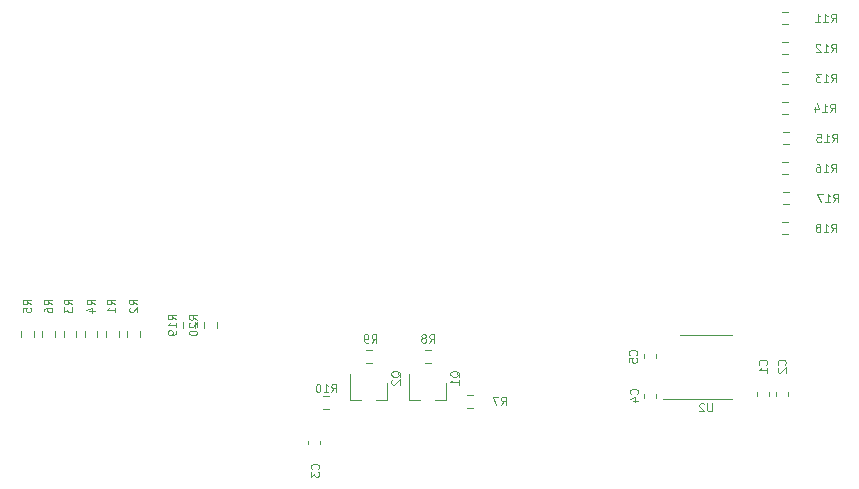
<source format=gbo>
G04 #@! TF.GenerationSoftware,KiCad,Pcbnew,5.1.9-1.fc33*
G04 #@! TF.CreationDate,2021-03-13T13:31:44-05:00*
G04 #@! TF.ProjectId,terminal,7465726d-696e-4616-9c2e-6b696361645f,rev?*
G04 #@! TF.SameCoordinates,Original*
G04 #@! TF.FileFunction,Legend,Bot*
G04 #@! TF.FilePolarity,Positive*
%FSLAX46Y46*%
G04 Gerber Fmt 4.6, Leading zero omitted, Abs format (unit mm)*
G04 Created by KiCad (PCBNEW 5.1.9-1.fc33) date 2021-03-13 13:31:44*
%MOMM*%
%LPD*%
G01*
G04 APERTURE LIST*
%ADD10C,0.120000*%
%ADD11C,0.100000*%
G04 APERTURE END LIST*
D10*
G04 #@! TO.C,Q1*
X111680000Y-135460000D02*
X110750000Y-135460000D01*
X108520000Y-135460000D02*
X109450000Y-135460000D01*
X108520000Y-135460000D02*
X108520000Y-133300000D01*
X111680000Y-135460000D02*
X111680000Y-134000000D01*
G04 #@! TO.C,Q2*
X106680000Y-135460000D02*
X106680000Y-134000000D01*
X103520000Y-135460000D02*
X103520000Y-133300000D01*
X103520000Y-135460000D02*
X104450000Y-135460000D01*
X106680000Y-135460000D02*
X105750000Y-135460000D01*
G04 #@! TO.C,C1*
X137990000Y-135108767D02*
X137990000Y-134816233D01*
X139010000Y-135108767D02*
X139010000Y-134816233D01*
G04 #@! TO.C,C2*
X140610000Y-135108767D02*
X140610000Y-134816233D01*
X139590000Y-135108767D02*
X139590000Y-134816233D01*
G04 #@! TO.C,C3*
X101010000Y-138916233D02*
X101010000Y-139208767D01*
X99990000Y-138916233D02*
X99990000Y-139208767D01*
G04 #@! TO.C,C4*
X129410000Y-135283767D02*
X129410000Y-134991233D01*
X128390000Y-135283767D02*
X128390000Y-134991233D01*
G04 #@! TO.C,C5*
X128390000Y-131883767D02*
X128390000Y-131591233D01*
X129410000Y-131883767D02*
X129410000Y-131591233D01*
G04 #@! TO.C,R1*
X82877500Y-130167224D02*
X82877500Y-129657776D01*
X83922500Y-130167224D02*
X83922500Y-129657776D01*
G04 #@! TO.C,R2*
X85722500Y-130142224D02*
X85722500Y-129632776D01*
X84677500Y-130142224D02*
X84677500Y-129632776D01*
G04 #@! TO.C,R3*
X79277500Y-130142224D02*
X79277500Y-129632776D01*
X80322500Y-130142224D02*
X80322500Y-129632776D01*
G04 #@! TO.C,R4*
X82122500Y-130142224D02*
X82122500Y-129632776D01*
X81077500Y-130142224D02*
X81077500Y-129632776D01*
G04 #@! TO.C,R5*
X75677500Y-130142224D02*
X75677500Y-129632776D01*
X76722500Y-130142224D02*
X76722500Y-129632776D01*
G04 #@! TO.C,R6*
X78522500Y-130167224D02*
X78522500Y-129657776D01*
X77477500Y-130167224D02*
X77477500Y-129657776D01*
G04 #@! TO.C,R7*
X113942224Y-135077500D02*
X113432776Y-135077500D01*
X113942224Y-136122500D02*
X113432776Y-136122500D01*
G04 #@! TO.C,R8*
X109857776Y-131277500D02*
X110367224Y-131277500D01*
X109857776Y-132322500D02*
X110367224Y-132322500D01*
G04 #@! TO.C,R9*
X104857776Y-132322500D02*
X105367224Y-132322500D01*
X104857776Y-131277500D02*
X105367224Y-131277500D01*
G04 #@! TO.C,R10*
X101232776Y-135177500D02*
X101742224Y-135177500D01*
X101232776Y-136222500D02*
X101742224Y-136222500D01*
G04 #@! TO.C,R11*
X140612224Y-102637500D02*
X140102776Y-102637500D01*
X140612224Y-103682500D02*
X140102776Y-103682500D01*
G04 #@! TO.C,R12*
X140634724Y-106222500D02*
X140125276Y-106222500D01*
X140634724Y-105177500D02*
X140125276Y-105177500D01*
G04 #@! TO.C,R13*
X140637224Y-108762500D02*
X140127776Y-108762500D01*
X140637224Y-107717500D02*
X140127776Y-107717500D01*
G04 #@! TO.C,R14*
X140574724Y-110257500D02*
X140065276Y-110257500D01*
X140574724Y-111302500D02*
X140065276Y-111302500D01*
G04 #@! TO.C,R15*
X140667224Y-113842500D02*
X140157776Y-113842500D01*
X140667224Y-112797500D02*
X140157776Y-112797500D01*
G04 #@! TO.C,R16*
X140637224Y-115337500D02*
X140127776Y-115337500D01*
X140637224Y-116382500D02*
X140127776Y-116382500D01*
G04 #@! TO.C,R17*
X140714724Y-118922500D02*
X140205276Y-118922500D01*
X140714724Y-117877500D02*
X140205276Y-117877500D01*
G04 #@! TO.C,R18*
X140637224Y-120417500D02*
X140127776Y-120417500D01*
X140637224Y-121462500D02*
X140127776Y-121462500D01*
G04 #@! TO.C,U2*
X133650000Y-135415000D02*
X130050000Y-135415000D01*
X133650000Y-135415000D02*
X135850000Y-135415000D01*
X133650000Y-129945000D02*
X131450000Y-129945000D01*
X133650000Y-129945000D02*
X135850000Y-129945000D01*
G04 #@! TO.C,R19*
X89377500Y-128845276D02*
X89377500Y-129354724D01*
X90422500Y-128845276D02*
X90422500Y-129354724D01*
G04 #@! TO.C,R20*
X92222500Y-128857776D02*
X92222500Y-129367224D01*
X91177500Y-128857776D02*
X91177500Y-129367224D01*
G04 #@! TO.C,Q1*
D11*
X112783333Y-133533333D02*
X112750000Y-133466666D01*
X112683333Y-133400000D01*
X112583333Y-133300000D01*
X112550000Y-133233333D01*
X112550000Y-133166666D01*
X112716666Y-133200000D02*
X112683333Y-133133333D01*
X112616666Y-133066666D01*
X112483333Y-133033333D01*
X112250000Y-133033333D01*
X112116666Y-133066666D01*
X112050000Y-133133333D01*
X112016666Y-133200000D01*
X112016666Y-133333333D01*
X112050000Y-133400000D01*
X112116666Y-133466666D01*
X112250000Y-133500000D01*
X112483333Y-133500000D01*
X112616666Y-133466666D01*
X112683333Y-133400000D01*
X112716666Y-133333333D01*
X112716666Y-133200000D01*
X112716666Y-134166666D02*
X112716666Y-133766666D01*
X112716666Y-133966666D02*
X112016666Y-133966666D01*
X112116666Y-133900000D01*
X112183333Y-133833333D01*
X112216666Y-133766666D01*
G04 #@! TO.C,Q2*
X107783333Y-133533333D02*
X107750000Y-133466666D01*
X107683333Y-133400000D01*
X107583333Y-133300000D01*
X107550000Y-133233333D01*
X107550000Y-133166666D01*
X107716666Y-133200000D02*
X107683333Y-133133333D01*
X107616666Y-133066666D01*
X107483333Y-133033333D01*
X107250000Y-133033333D01*
X107116666Y-133066666D01*
X107050000Y-133133333D01*
X107016666Y-133200000D01*
X107016666Y-133333333D01*
X107050000Y-133400000D01*
X107116666Y-133466666D01*
X107250000Y-133500000D01*
X107483333Y-133500000D01*
X107616666Y-133466666D01*
X107683333Y-133400000D01*
X107716666Y-133333333D01*
X107716666Y-133200000D01*
X107083333Y-133766666D02*
X107050000Y-133800000D01*
X107016666Y-133866666D01*
X107016666Y-134033333D01*
X107050000Y-134100000D01*
X107083333Y-134133333D01*
X107150000Y-134166666D01*
X107216666Y-134166666D01*
X107316666Y-134133333D01*
X107716666Y-133733333D01*
X107716666Y-134166666D01*
G04 #@! TO.C,C1*
X138750000Y-132483333D02*
X138783333Y-132450000D01*
X138816666Y-132350000D01*
X138816666Y-132283333D01*
X138783333Y-132183333D01*
X138716666Y-132116666D01*
X138650000Y-132083333D01*
X138516666Y-132050000D01*
X138416666Y-132050000D01*
X138283333Y-132083333D01*
X138216666Y-132116666D01*
X138150000Y-132183333D01*
X138116666Y-132283333D01*
X138116666Y-132350000D01*
X138150000Y-132450000D01*
X138183333Y-132483333D01*
X138816666Y-133150000D02*
X138816666Y-132750000D01*
X138816666Y-132950000D02*
X138116666Y-132950000D01*
X138216666Y-132883333D01*
X138283333Y-132816666D01*
X138316666Y-132750000D01*
G04 #@! TO.C,C2*
X140350000Y-132483333D02*
X140383333Y-132450000D01*
X140416666Y-132350000D01*
X140416666Y-132283333D01*
X140383333Y-132183333D01*
X140316666Y-132116666D01*
X140250000Y-132083333D01*
X140116666Y-132050000D01*
X140016666Y-132050000D01*
X139883333Y-132083333D01*
X139816666Y-132116666D01*
X139750000Y-132183333D01*
X139716666Y-132283333D01*
X139716666Y-132350000D01*
X139750000Y-132450000D01*
X139783333Y-132483333D01*
X139783333Y-132750000D02*
X139750000Y-132783333D01*
X139716666Y-132850000D01*
X139716666Y-133016666D01*
X139750000Y-133083333D01*
X139783333Y-133116666D01*
X139850000Y-133150000D01*
X139916666Y-133150000D01*
X140016666Y-133116666D01*
X140416666Y-132716666D01*
X140416666Y-133150000D01*
G04 #@! TO.C,C3*
X100850000Y-141308333D02*
X100883333Y-141275000D01*
X100916666Y-141175000D01*
X100916666Y-141108333D01*
X100883333Y-141008333D01*
X100816666Y-140941666D01*
X100750000Y-140908333D01*
X100616666Y-140875000D01*
X100516666Y-140875000D01*
X100383333Y-140908333D01*
X100316666Y-140941666D01*
X100250000Y-141008333D01*
X100216666Y-141108333D01*
X100216666Y-141175000D01*
X100250000Y-141275000D01*
X100283333Y-141308333D01*
X100216666Y-141541666D02*
X100216666Y-141975000D01*
X100483333Y-141741666D01*
X100483333Y-141841666D01*
X100516666Y-141908333D01*
X100550000Y-141941666D01*
X100616666Y-141975000D01*
X100783333Y-141975000D01*
X100850000Y-141941666D01*
X100883333Y-141908333D01*
X100916666Y-141841666D01*
X100916666Y-141641666D01*
X100883333Y-141575000D01*
X100850000Y-141541666D01*
G04 #@! TO.C,C4*
X127850000Y-134958333D02*
X127883333Y-134925000D01*
X127916666Y-134825000D01*
X127916666Y-134758333D01*
X127883333Y-134658333D01*
X127816666Y-134591666D01*
X127750000Y-134558333D01*
X127616666Y-134525000D01*
X127516666Y-134525000D01*
X127383333Y-134558333D01*
X127316666Y-134591666D01*
X127250000Y-134658333D01*
X127216666Y-134758333D01*
X127216666Y-134825000D01*
X127250000Y-134925000D01*
X127283333Y-134958333D01*
X127450000Y-135558333D02*
X127916666Y-135558333D01*
X127183333Y-135391666D02*
X127683333Y-135225000D01*
X127683333Y-135658333D01*
G04 #@! TO.C,C5*
X127750000Y-131658333D02*
X127783333Y-131625000D01*
X127816666Y-131525000D01*
X127816666Y-131458333D01*
X127783333Y-131358333D01*
X127716666Y-131291666D01*
X127650000Y-131258333D01*
X127516666Y-131225000D01*
X127416666Y-131225000D01*
X127283333Y-131258333D01*
X127216666Y-131291666D01*
X127150000Y-131358333D01*
X127116666Y-131458333D01*
X127116666Y-131525000D01*
X127150000Y-131625000D01*
X127183333Y-131658333D01*
X127116666Y-132291666D02*
X127116666Y-131958333D01*
X127450000Y-131925000D01*
X127416666Y-131958333D01*
X127383333Y-132025000D01*
X127383333Y-132191666D01*
X127416666Y-132258333D01*
X127450000Y-132291666D01*
X127516666Y-132325000D01*
X127683333Y-132325000D01*
X127750000Y-132291666D01*
X127783333Y-132258333D01*
X127816666Y-132191666D01*
X127816666Y-132025000D01*
X127783333Y-131958333D01*
X127750000Y-131925000D01*
G04 #@! TO.C,R1*
X83616666Y-127383333D02*
X83283333Y-127150000D01*
X83616666Y-126983333D02*
X82916666Y-126983333D01*
X82916666Y-127250000D01*
X82950000Y-127316666D01*
X82983333Y-127350000D01*
X83050000Y-127383333D01*
X83150000Y-127383333D01*
X83216666Y-127350000D01*
X83250000Y-127316666D01*
X83283333Y-127250000D01*
X83283333Y-126983333D01*
X83616666Y-128050000D02*
X83616666Y-127650000D01*
X83616666Y-127850000D02*
X82916666Y-127850000D01*
X83016666Y-127783333D01*
X83083333Y-127716666D01*
X83116666Y-127650000D01*
G04 #@! TO.C,R2*
X85516666Y-127383333D02*
X85183333Y-127150000D01*
X85516666Y-126983333D02*
X84816666Y-126983333D01*
X84816666Y-127250000D01*
X84850000Y-127316666D01*
X84883333Y-127350000D01*
X84950000Y-127383333D01*
X85050000Y-127383333D01*
X85116666Y-127350000D01*
X85150000Y-127316666D01*
X85183333Y-127250000D01*
X85183333Y-126983333D01*
X84883333Y-127650000D02*
X84850000Y-127683333D01*
X84816666Y-127750000D01*
X84816666Y-127916666D01*
X84850000Y-127983333D01*
X84883333Y-128016666D01*
X84950000Y-128050000D01*
X85016666Y-128050000D01*
X85116666Y-128016666D01*
X85516666Y-127616666D01*
X85516666Y-128050000D01*
G04 #@! TO.C,R3*
X80016666Y-127383333D02*
X79683333Y-127150000D01*
X80016666Y-126983333D02*
X79316666Y-126983333D01*
X79316666Y-127250000D01*
X79350000Y-127316666D01*
X79383333Y-127350000D01*
X79450000Y-127383333D01*
X79550000Y-127383333D01*
X79616666Y-127350000D01*
X79650000Y-127316666D01*
X79683333Y-127250000D01*
X79683333Y-126983333D01*
X79316666Y-127616666D02*
X79316666Y-128050000D01*
X79583333Y-127816666D01*
X79583333Y-127916666D01*
X79616666Y-127983333D01*
X79650000Y-128016666D01*
X79716666Y-128050000D01*
X79883333Y-128050000D01*
X79950000Y-128016666D01*
X79983333Y-127983333D01*
X80016666Y-127916666D01*
X80016666Y-127716666D01*
X79983333Y-127650000D01*
X79950000Y-127616666D01*
G04 #@! TO.C,R4*
X81916666Y-127383333D02*
X81583333Y-127150000D01*
X81916666Y-126983333D02*
X81216666Y-126983333D01*
X81216666Y-127250000D01*
X81250000Y-127316666D01*
X81283333Y-127350000D01*
X81350000Y-127383333D01*
X81450000Y-127383333D01*
X81516666Y-127350000D01*
X81550000Y-127316666D01*
X81583333Y-127250000D01*
X81583333Y-126983333D01*
X81450000Y-127983333D02*
X81916666Y-127983333D01*
X81183333Y-127816666D02*
X81683333Y-127650000D01*
X81683333Y-128083333D01*
G04 #@! TO.C,R5*
X76516666Y-127383333D02*
X76183333Y-127150000D01*
X76516666Y-126983333D02*
X75816666Y-126983333D01*
X75816666Y-127250000D01*
X75850000Y-127316666D01*
X75883333Y-127350000D01*
X75950000Y-127383333D01*
X76050000Y-127383333D01*
X76116666Y-127350000D01*
X76150000Y-127316666D01*
X76183333Y-127250000D01*
X76183333Y-126983333D01*
X75816666Y-128016666D02*
X75816666Y-127683333D01*
X76150000Y-127650000D01*
X76116666Y-127683333D01*
X76083333Y-127750000D01*
X76083333Y-127916666D01*
X76116666Y-127983333D01*
X76150000Y-128016666D01*
X76216666Y-128050000D01*
X76383333Y-128050000D01*
X76450000Y-128016666D01*
X76483333Y-127983333D01*
X76516666Y-127916666D01*
X76516666Y-127750000D01*
X76483333Y-127683333D01*
X76450000Y-127650000D01*
G04 #@! TO.C,R6*
X78316666Y-127383333D02*
X77983333Y-127150000D01*
X78316666Y-126983333D02*
X77616666Y-126983333D01*
X77616666Y-127250000D01*
X77650000Y-127316666D01*
X77683333Y-127350000D01*
X77750000Y-127383333D01*
X77850000Y-127383333D01*
X77916666Y-127350000D01*
X77950000Y-127316666D01*
X77983333Y-127250000D01*
X77983333Y-126983333D01*
X77616666Y-127983333D02*
X77616666Y-127850000D01*
X77650000Y-127783333D01*
X77683333Y-127750000D01*
X77783333Y-127683333D01*
X77916666Y-127650000D01*
X78183333Y-127650000D01*
X78250000Y-127683333D01*
X78283333Y-127716666D01*
X78316666Y-127783333D01*
X78316666Y-127916666D01*
X78283333Y-127983333D01*
X78250000Y-128016666D01*
X78183333Y-128050000D01*
X78016666Y-128050000D01*
X77950000Y-128016666D01*
X77916666Y-127983333D01*
X77883333Y-127916666D01*
X77883333Y-127783333D01*
X77916666Y-127716666D01*
X77950000Y-127683333D01*
X78016666Y-127650000D01*
G04 #@! TO.C,R7*
X116291666Y-135916666D02*
X116525000Y-135583333D01*
X116691666Y-135916666D02*
X116691666Y-135216666D01*
X116425000Y-135216666D01*
X116358333Y-135250000D01*
X116325000Y-135283333D01*
X116291666Y-135350000D01*
X116291666Y-135450000D01*
X116325000Y-135516666D01*
X116358333Y-135550000D01*
X116425000Y-135583333D01*
X116691666Y-135583333D01*
X116058333Y-135216666D02*
X115591666Y-135216666D01*
X115891666Y-135916666D01*
G04 #@! TO.C,R8*
X110229166Y-130616666D02*
X110462500Y-130283333D01*
X110629166Y-130616666D02*
X110629166Y-129916666D01*
X110362500Y-129916666D01*
X110295833Y-129950000D01*
X110262500Y-129983333D01*
X110229166Y-130050000D01*
X110229166Y-130150000D01*
X110262500Y-130216666D01*
X110295833Y-130250000D01*
X110362500Y-130283333D01*
X110629166Y-130283333D01*
X109829166Y-130216666D02*
X109895833Y-130183333D01*
X109929166Y-130150000D01*
X109962500Y-130083333D01*
X109962500Y-130050000D01*
X109929166Y-129983333D01*
X109895833Y-129950000D01*
X109829166Y-129916666D01*
X109695833Y-129916666D01*
X109629166Y-129950000D01*
X109595833Y-129983333D01*
X109562500Y-130050000D01*
X109562500Y-130083333D01*
X109595833Y-130150000D01*
X109629166Y-130183333D01*
X109695833Y-130216666D01*
X109829166Y-130216666D01*
X109895833Y-130250000D01*
X109929166Y-130283333D01*
X109962500Y-130350000D01*
X109962500Y-130483333D01*
X109929166Y-130550000D01*
X109895833Y-130583333D01*
X109829166Y-130616666D01*
X109695833Y-130616666D01*
X109629166Y-130583333D01*
X109595833Y-130550000D01*
X109562500Y-130483333D01*
X109562500Y-130350000D01*
X109595833Y-130283333D01*
X109629166Y-130250000D01*
X109695833Y-130216666D01*
G04 #@! TO.C,R9*
X105341666Y-130616666D02*
X105575000Y-130283333D01*
X105741666Y-130616666D02*
X105741666Y-129916666D01*
X105475000Y-129916666D01*
X105408333Y-129950000D01*
X105375000Y-129983333D01*
X105341666Y-130050000D01*
X105341666Y-130150000D01*
X105375000Y-130216666D01*
X105408333Y-130250000D01*
X105475000Y-130283333D01*
X105741666Y-130283333D01*
X105008333Y-130616666D02*
X104875000Y-130616666D01*
X104808333Y-130583333D01*
X104775000Y-130550000D01*
X104708333Y-130450000D01*
X104675000Y-130316666D01*
X104675000Y-130050000D01*
X104708333Y-129983333D01*
X104741666Y-129950000D01*
X104808333Y-129916666D01*
X104941666Y-129916666D01*
X105008333Y-129950000D01*
X105041666Y-129983333D01*
X105075000Y-130050000D01*
X105075000Y-130216666D01*
X105041666Y-130283333D01*
X105008333Y-130316666D01*
X104941666Y-130350000D01*
X104808333Y-130350000D01*
X104741666Y-130316666D01*
X104708333Y-130283333D01*
X104675000Y-130216666D01*
G04 #@! TO.C,R10*
X101950000Y-134816666D02*
X102183333Y-134483333D01*
X102350000Y-134816666D02*
X102350000Y-134116666D01*
X102083333Y-134116666D01*
X102016666Y-134150000D01*
X101983333Y-134183333D01*
X101950000Y-134250000D01*
X101950000Y-134350000D01*
X101983333Y-134416666D01*
X102016666Y-134450000D01*
X102083333Y-134483333D01*
X102350000Y-134483333D01*
X101283333Y-134816666D02*
X101683333Y-134816666D01*
X101483333Y-134816666D02*
X101483333Y-134116666D01*
X101550000Y-134216666D01*
X101616666Y-134283333D01*
X101683333Y-134316666D01*
X100850000Y-134116666D02*
X100783333Y-134116666D01*
X100716666Y-134150000D01*
X100683333Y-134183333D01*
X100650000Y-134250000D01*
X100616666Y-134383333D01*
X100616666Y-134550000D01*
X100650000Y-134683333D01*
X100683333Y-134750000D01*
X100716666Y-134783333D01*
X100783333Y-134816666D01*
X100850000Y-134816666D01*
X100916666Y-134783333D01*
X100950000Y-134750000D01*
X100983333Y-134683333D01*
X101016666Y-134550000D01*
X101016666Y-134383333D01*
X100983333Y-134250000D01*
X100950000Y-134183333D01*
X100916666Y-134150000D01*
X100850000Y-134116666D01*
G04 #@! TO.C,R11*
X144235000Y-103476666D02*
X144468333Y-103143333D01*
X144635000Y-103476666D02*
X144635000Y-102776666D01*
X144368333Y-102776666D01*
X144301666Y-102810000D01*
X144268333Y-102843333D01*
X144235000Y-102910000D01*
X144235000Y-103010000D01*
X144268333Y-103076666D01*
X144301666Y-103110000D01*
X144368333Y-103143333D01*
X144635000Y-103143333D01*
X143568333Y-103476666D02*
X143968333Y-103476666D01*
X143768333Y-103476666D02*
X143768333Y-102776666D01*
X143835000Y-102876666D01*
X143901666Y-102943333D01*
X143968333Y-102976666D01*
X142901666Y-103476666D02*
X143301666Y-103476666D01*
X143101666Y-103476666D02*
X143101666Y-102776666D01*
X143168333Y-102876666D01*
X143235000Y-102943333D01*
X143301666Y-102976666D01*
G04 #@! TO.C,R12*
X144280000Y-106016666D02*
X144513333Y-105683333D01*
X144680000Y-106016666D02*
X144680000Y-105316666D01*
X144413333Y-105316666D01*
X144346666Y-105350000D01*
X144313333Y-105383333D01*
X144280000Y-105450000D01*
X144280000Y-105550000D01*
X144313333Y-105616666D01*
X144346666Y-105650000D01*
X144413333Y-105683333D01*
X144680000Y-105683333D01*
X143613333Y-106016666D02*
X144013333Y-106016666D01*
X143813333Y-106016666D02*
X143813333Y-105316666D01*
X143880000Y-105416666D01*
X143946666Y-105483333D01*
X144013333Y-105516666D01*
X143346666Y-105383333D02*
X143313333Y-105350000D01*
X143246666Y-105316666D01*
X143080000Y-105316666D01*
X143013333Y-105350000D01*
X142980000Y-105383333D01*
X142946666Y-105450000D01*
X142946666Y-105516666D01*
X142980000Y-105616666D01*
X143380000Y-106016666D01*
X142946666Y-106016666D01*
G04 #@! TO.C,R13*
X144285000Y-108556666D02*
X144518333Y-108223333D01*
X144685000Y-108556666D02*
X144685000Y-107856666D01*
X144418333Y-107856666D01*
X144351666Y-107890000D01*
X144318333Y-107923333D01*
X144285000Y-107990000D01*
X144285000Y-108090000D01*
X144318333Y-108156666D01*
X144351666Y-108190000D01*
X144418333Y-108223333D01*
X144685000Y-108223333D01*
X143618333Y-108556666D02*
X144018333Y-108556666D01*
X143818333Y-108556666D02*
X143818333Y-107856666D01*
X143885000Y-107956666D01*
X143951666Y-108023333D01*
X144018333Y-108056666D01*
X143385000Y-107856666D02*
X142951666Y-107856666D01*
X143185000Y-108123333D01*
X143085000Y-108123333D01*
X143018333Y-108156666D01*
X142985000Y-108190000D01*
X142951666Y-108256666D01*
X142951666Y-108423333D01*
X142985000Y-108490000D01*
X143018333Y-108523333D01*
X143085000Y-108556666D01*
X143285000Y-108556666D01*
X143351666Y-108523333D01*
X143385000Y-108490000D01*
G04 #@! TO.C,R14*
X144160000Y-111096666D02*
X144393333Y-110763333D01*
X144560000Y-111096666D02*
X144560000Y-110396666D01*
X144293333Y-110396666D01*
X144226666Y-110430000D01*
X144193333Y-110463333D01*
X144160000Y-110530000D01*
X144160000Y-110630000D01*
X144193333Y-110696666D01*
X144226666Y-110730000D01*
X144293333Y-110763333D01*
X144560000Y-110763333D01*
X143493333Y-111096666D02*
X143893333Y-111096666D01*
X143693333Y-111096666D02*
X143693333Y-110396666D01*
X143760000Y-110496666D01*
X143826666Y-110563333D01*
X143893333Y-110596666D01*
X142893333Y-110630000D02*
X142893333Y-111096666D01*
X143060000Y-110363333D02*
X143226666Y-110863333D01*
X142793333Y-110863333D01*
G04 #@! TO.C,R15*
X144345000Y-113636666D02*
X144578333Y-113303333D01*
X144745000Y-113636666D02*
X144745000Y-112936666D01*
X144478333Y-112936666D01*
X144411666Y-112970000D01*
X144378333Y-113003333D01*
X144345000Y-113070000D01*
X144345000Y-113170000D01*
X144378333Y-113236666D01*
X144411666Y-113270000D01*
X144478333Y-113303333D01*
X144745000Y-113303333D01*
X143678333Y-113636666D02*
X144078333Y-113636666D01*
X143878333Y-113636666D02*
X143878333Y-112936666D01*
X143945000Y-113036666D01*
X144011666Y-113103333D01*
X144078333Y-113136666D01*
X143045000Y-112936666D02*
X143378333Y-112936666D01*
X143411666Y-113270000D01*
X143378333Y-113236666D01*
X143311666Y-113203333D01*
X143145000Y-113203333D01*
X143078333Y-113236666D01*
X143045000Y-113270000D01*
X143011666Y-113336666D01*
X143011666Y-113503333D01*
X143045000Y-113570000D01*
X143078333Y-113603333D01*
X143145000Y-113636666D01*
X143311666Y-113636666D01*
X143378333Y-113603333D01*
X143411666Y-113570000D01*
G04 #@! TO.C,R16*
X144285000Y-116176666D02*
X144518333Y-115843333D01*
X144685000Y-116176666D02*
X144685000Y-115476666D01*
X144418333Y-115476666D01*
X144351666Y-115510000D01*
X144318333Y-115543333D01*
X144285000Y-115610000D01*
X144285000Y-115710000D01*
X144318333Y-115776666D01*
X144351666Y-115810000D01*
X144418333Y-115843333D01*
X144685000Y-115843333D01*
X143618333Y-116176666D02*
X144018333Y-116176666D01*
X143818333Y-116176666D02*
X143818333Y-115476666D01*
X143885000Y-115576666D01*
X143951666Y-115643333D01*
X144018333Y-115676666D01*
X143018333Y-115476666D02*
X143151666Y-115476666D01*
X143218333Y-115510000D01*
X143251666Y-115543333D01*
X143318333Y-115643333D01*
X143351666Y-115776666D01*
X143351666Y-116043333D01*
X143318333Y-116110000D01*
X143285000Y-116143333D01*
X143218333Y-116176666D01*
X143085000Y-116176666D01*
X143018333Y-116143333D01*
X142985000Y-116110000D01*
X142951666Y-116043333D01*
X142951666Y-115876666D01*
X142985000Y-115810000D01*
X143018333Y-115776666D01*
X143085000Y-115743333D01*
X143218333Y-115743333D01*
X143285000Y-115776666D01*
X143318333Y-115810000D01*
X143351666Y-115876666D01*
G04 #@! TO.C,R17*
X144440000Y-118716666D02*
X144673333Y-118383333D01*
X144840000Y-118716666D02*
X144840000Y-118016666D01*
X144573333Y-118016666D01*
X144506666Y-118050000D01*
X144473333Y-118083333D01*
X144440000Y-118150000D01*
X144440000Y-118250000D01*
X144473333Y-118316666D01*
X144506666Y-118350000D01*
X144573333Y-118383333D01*
X144840000Y-118383333D01*
X143773333Y-118716666D02*
X144173333Y-118716666D01*
X143973333Y-118716666D02*
X143973333Y-118016666D01*
X144040000Y-118116666D01*
X144106666Y-118183333D01*
X144173333Y-118216666D01*
X143540000Y-118016666D02*
X143073333Y-118016666D01*
X143373333Y-118716666D01*
G04 #@! TO.C,R18*
X144285000Y-121256666D02*
X144518333Y-120923333D01*
X144685000Y-121256666D02*
X144685000Y-120556666D01*
X144418333Y-120556666D01*
X144351666Y-120590000D01*
X144318333Y-120623333D01*
X144285000Y-120690000D01*
X144285000Y-120790000D01*
X144318333Y-120856666D01*
X144351666Y-120890000D01*
X144418333Y-120923333D01*
X144685000Y-120923333D01*
X143618333Y-121256666D02*
X144018333Y-121256666D01*
X143818333Y-121256666D02*
X143818333Y-120556666D01*
X143885000Y-120656666D01*
X143951666Y-120723333D01*
X144018333Y-120756666D01*
X143218333Y-120856666D02*
X143285000Y-120823333D01*
X143318333Y-120790000D01*
X143351666Y-120723333D01*
X143351666Y-120690000D01*
X143318333Y-120623333D01*
X143285000Y-120590000D01*
X143218333Y-120556666D01*
X143085000Y-120556666D01*
X143018333Y-120590000D01*
X142985000Y-120623333D01*
X142951666Y-120690000D01*
X142951666Y-120723333D01*
X142985000Y-120790000D01*
X143018333Y-120823333D01*
X143085000Y-120856666D01*
X143218333Y-120856666D01*
X143285000Y-120890000D01*
X143318333Y-120923333D01*
X143351666Y-120990000D01*
X143351666Y-121123333D01*
X143318333Y-121190000D01*
X143285000Y-121223333D01*
X143218333Y-121256666D01*
X143085000Y-121256666D01*
X143018333Y-121223333D01*
X142985000Y-121190000D01*
X142951666Y-121123333D01*
X142951666Y-120990000D01*
X142985000Y-120923333D01*
X143018333Y-120890000D01*
X143085000Y-120856666D01*
G04 #@! TO.C,U2*
X134183333Y-135746666D02*
X134183333Y-136313333D01*
X134150000Y-136380000D01*
X134116666Y-136413333D01*
X134050000Y-136446666D01*
X133916666Y-136446666D01*
X133850000Y-136413333D01*
X133816666Y-136380000D01*
X133783333Y-136313333D01*
X133783333Y-135746666D01*
X133483333Y-135813333D02*
X133450000Y-135780000D01*
X133383333Y-135746666D01*
X133216666Y-135746666D01*
X133150000Y-135780000D01*
X133116666Y-135813333D01*
X133083333Y-135880000D01*
X133083333Y-135946666D01*
X133116666Y-136046666D01*
X133516666Y-136446666D01*
X133083333Y-136446666D01*
G04 #@! TO.C,R19*
X88786666Y-128650000D02*
X88453333Y-128416666D01*
X88786666Y-128250000D02*
X88086666Y-128250000D01*
X88086666Y-128516666D01*
X88120000Y-128583333D01*
X88153333Y-128616666D01*
X88220000Y-128650000D01*
X88320000Y-128650000D01*
X88386666Y-128616666D01*
X88420000Y-128583333D01*
X88453333Y-128516666D01*
X88453333Y-128250000D01*
X88786666Y-129316666D02*
X88786666Y-128916666D01*
X88786666Y-129116666D02*
X88086666Y-129116666D01*
X88186666Y-129050000D01*
X88253333Y-128983333D01*
X88286666Y-128916666D01*
X88786666Y-129650000D02*
X88786666Y-129783333D01*
X88753333Y-129850000D01*
X88720000Y-129883333D01*
X88620000Y-129950000D01*
X88486666Y-129983333D01*
X88220000Y-129983333D01*
X88153333Y-129950000D01*
X88120000Y-129916666D01*
X88086666Y-129850000D01*
X88086666Y-129716666D01*
X88120000Y-129650000D01*
X88153333Y-129616666D01*
X88220000Y-129583333D01*
X88386666Y-129583333D01*
X88453333Y-129616666D01*
X88486666Y-129650000D01*
X88520000Y-129716666D01*
X88520000Y-129850000D01*
X88486666Y-129916666D01*
X88453333Y-129950000D01*
X88386666Y-129983333D01*
G04 #@! TO.C,R20*
X90586666Y-128662500D02*
X90253333Y-128429166D01*
X90586666Y-128262500D02*
X89886666Y-128262500D01*
X89886666Y-128529166D01*
X89920000Y-128595833D01*
X89953333Y-128629166D01*
X90020000Y-128662500D01*
X90120000Y-128662500D01*
X90186666Y-128629166D01*
X90220000Y-128595833D01*
X90253333Y-128529166D01*
X90253333Y-128262500D01*
X89953333Y-128929166D02*
X89920000Y-128962500D01*
X89886666Y-129029166D01*
X89886666Y-129195833D01*
X89920000Y-129262500D01*
X89953333Y-129295833D01*
X90020000Y-129329166D01*
X90086666Y-129329166D01*
X90186666Y-129295833D01*
X90586666Y-128895833D01*
X90586666Y-129329166D01*
X89886666Y-129762500D02*
X89886666Y-129829166D01*
X89920000Y-129895833D01*
X89953333Y-129929166D01*
X90020000Y-129962500D01*
X90153333Y-129995833D01*
X90320000Y-129995833D01*
X90453333Y-129962500D01*
X90520000Y-129929166D01*
X90553333Y-129895833D01*
X90586666Y-129829166D01*
X90586666Y-129762500D01*
X90553333Y-129695833D01*
X90520000Y-129662500D01*
X90453333Y-129629166D01*
X90320000Y-129595833D01*
X90153333Y-129595833D01*
X90020000Y-129629166D01*
X89953333Y-129662500D01*
X89920000Y-129695833D01*
X89886666Y-129762500D01*
G04 #@! TD*
M02*

</source>
